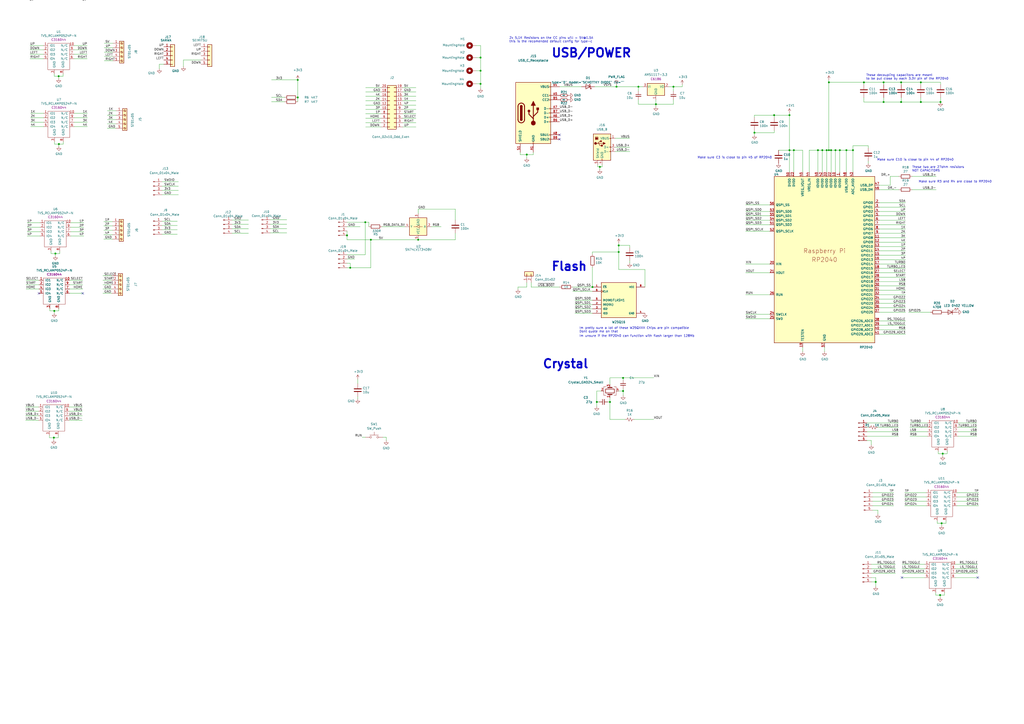
<source format=kicad_sch>
(kicad_sch (version 20211123) (generator eeschema)
  (paper "A2")
  (junction (at 508 337.566))
  (junction (at 501.142 47.752))
  (junction (at 545.592 59.182))
  (junction (at 357.632 50.292))
  (junction (at 449.072 66.802))
  (junction (at 305.562 89.662))
  (junction (at 343.662 166.497))
  (junction (at 358.902 142.367))
  (junction (at 494.792 87.122))
  (junction (at 278.765 41.021))
  (junction (at 172.72 46.355))
  (junction (at 390.652 50.292))
  (junction (at 380.492 60.452))
  (junction (at 215.138 139.065))
  (junction (at 211.8914 128.905))
  (junction (at 545.338 345.186))
  (junction (at 353.822 233.172))
  (junction (at 203.1573 155.321))
  (junction (at 278.765 48.641))
  (junction (at 31.496 180.34))
  (junction (at 487.172 87.122))
  (junction (at 358.902 146.177))
  (junction (at 242.57 139.065))
  (junction (at 201.295 136.525))
  (junction (at 460.502 87.122))
  (junction (at 437.642 76.962))
  (junction (at 457.962 87.122))
  (junction (at 512.572 47.752))
  (junction (at 534.162 59.182))
  (junction (at 546.227 303.53))
  (junction (at 361.442 219.202))
  (junction (at 34.036 44.196))
  (junction (at 534.162 47.752))
  (junction (at 278.765 33.401))
  (junction (at 474.472 87.122))
  (junction (at 512.572 59.182))
  (junction (at 172.72 56.515))
  (junction (at 522.732 47.752))
  (junction (at 346.202 233.172))
  (junction (at 457.962 66.802))
  (junction (at 522.732 59.182))
  (junction (at 32.131 147.066))
  (junction (at 482.092 87.122))
  (junction (at 477.012 87.122))
  (junction (at 546.862 263.144))
  (junction (at 31.242 253.873))
  (junction (at 480.822 87.122))
  (junction (at 361.442 226.822))
  (junction (at 490.982 87.122))
  (junction (at 484.632 87.122))
  (junction (at 480.822 47.752))
  (junction (at 370.332 50.292))
  (junction (at 34.163 83.566))
  (junction (at 479.552 87.122))
  (junction (at 347.98 96.774))
  (no_connect (at 324.612 78.232))
  (no_connect (at 48.006 170.18))
  (no_connect (at 324.612 80.772))
  (no_connect (at 523.24 335.026))
  (no_connect (at 567.182 335.026))
  (no_connect (at 22.606 170.18))
  (wire (pts (xy 512.572 47.752) (xy 522.732 47.752)))
  (wire (pts (xy 242.57 123.825) (xy 242.57 121.285)))
  (wire (pts (xy 32.131 147.066) (xy 32.131 148.336)))
  (wire (pts (xy 222.123 253.619) (xy 224.028 253.619)))
  (wire (pts (xy 324.612 50.292) (xy 337.312 50.292)))
  (wire (pts (xy 555.117 293.37) (xy 567.69 293.37)))
  (wire (pts (xy 508 335.026) (xy 508 337.566)))
  (wire (pts (xy 437.642 75.692) (xy 437.642 76.962)))
  (wire (pts (xy 480.822 46.482) (xy 480.822 47.752)))
  (wire (pts (xy 510.032 165.862) (xy 525.272 165.862)))
  (wire (pts (xy 487.172 87.122) (xy 487.172 99.822)))
  (wire (pts (xy 512.572 59.182) (xy 522.732 59.182)))
  (wire (pts (xy 501.142 59.182) (xy 512.572 59.182)))
  (wire (pts (xy 224.028 253.619) (xy 224.028 255.524)))
  (wire (pts (xy 166.37 135.128) (xy 156.845 135.128)))
  (wire (pts (xy 484.632 87.122) (xy 487.172 87.122)))
  (wire (pts (xy 555.117 290.83) (xy 567.69 290.83)))
  (wire (pts (xy 457.962 65.532) (xy 457.962 66.802)))
  (wire (pts (xy 41.021 129.286) (xy 48.641 129.286)))
  (wire (pts (xy 43.053 65.786) (xy 50.673 65.786)))
  (wire (pts (xy 166.37 130.048) (xy 156.845 130.048)))
  (wire (pts (xy 478.282 201.422) (xy 478.282 203.962)))
  (wire (pts (xy 40.386 167.64) (xy 48.006 167.64)))
  (wire (pts (xy 165.1 59.055) (xy 157.48 59.055)))
  (wire (pts (xy 305.562 89.662) (xy 309.372 89.662)))
  (wire (pts (xy 40.132 243.713) (xy 47.752 243.713)))
  (wire (pts (xy 370.332 50.292) (xy 370.332 52.832)))
  (wire (pts (xy 510.032 188.722) (xy 525.272 188.722)))
  (wire (pts (xy 510.032 178.562) (xy 525.272 178.562)))
  (wire (pts (xy 446.532 182.372) (xy 432.562 182.372)))
  (wire (pts (xy 437.642 76.962) (xy 449.072 76.962)))
  (wire (pts (xy 446.532 134.112) (xy 432.562 134.112)))
  (wire (pts (xy 309.372 89.662) (xy 309.372 88.392)))
  (wire (pts (xy 446.532 158.242) (xy 432.562 158.242)))
  (wire (pts (xy 215.138 139.065) (xy 242.57 139.065)))
  (wire (pts (xy 353.822 230.632) (xy 353.822 233.172)))
  (wire (pts (xy 349.25 95.504) (xy 349.25 96.774)))
  (wire (pts (xy 144.145 132.715) (xy 134.62 132.715)))
  (wire (pts (xy 144.145 127.635) (xy 134.62 127.635)))
  (wire (pts (xy 505.46 337.566) (xy 508 337.566)))
  (wire (pts (xy 201.295 152.781) (xy 203.1573 152.781)))
  (wire (pts (xy 554.228 327.406) (xy 567.182 327.406)))
  (wire (pts (xy 361.442 225.552) (xy 361.442 226.822)))
  (wire (pts (xy 40.132 238.633) (xy 47.752 238.633)))
  (wire (pts (xy 358.902 141.097) (xy 358.902 142.367)))
  (wire (pts (xy 15.113 162.56) (xy 22.606 162.56)))
  (wire (pts (xy 41.021 134.366) (xy 48.641 134.366)))
  (wire (pts (xy 15.748 136.906) (xy 23.241 136.906)))
  (wire (pts (xy 457.962 66.802) (xy 457.962 87.122)))
  (wire (pts (xy 432.562 127.762) (xy 446.532 127.762)))
  (wire (pts (xy 534.162 59.182) (xy 522.732 59.182)))
  (wire (pts (xy 543.687 302.26) (xy 543.687 303.53)))
  (wire (pts (xy 503.682 84.582) (xy 494.792 84.582)))
  (wire (pts (xy 207.518 230.124) (xy 207.518 231.394)))
  (wire (pts (xy 201.295 155.321) (xy 203.1573 155.321)))
  (wire (pts (xy 357.632 49.022) (xy 357.632 50.292)))
  (wire (pts (xy 469.392 87.122) (xy 474.472 87.122)))
  (wire (pts (xy 36.576 44.196) (xy 36.576 42.926)))
  (wire (pts (xy 523.24 327.406) (xy 536.448 327.406)))
  (wire (pts (xy 34.163 83.566) (xy 34.163 84.836)))
  (wire (pts (xy 361.442 226.822) (xy 361.442 229.362)))
  (wire (pts (xy 65.278 136.144) (xy 60.198 136.144)))
  (wire (pts (xy 305.562 89.662) (xy 305.562 91.567)))
  (wire (pts (xy 446.532 184.912) (xy 432.562 184.912)))
  (wire (pts (xy 544.322 261.874) (xy 544.322 263.144)))
  (wire (pts (xy 43.053 70.866) (xy 50.673 70.866)))
  (wire (pts (xy 390.652 50.292) (xy 395.732 50.292)))
  (wire (pts (xy 505.46 332.486) (xy 519.43 332.486)))
  (wire (pts (xy 278.765 48.641) (xy 278.765 51.181)))
  (wire (pts (xy 480.822 47.752) (xy 501.142 47.752)))
  (wire (pts (xy 510.032 173.482) (xy 525.272 173.482)))
  (wire (pts (xy 31.496 180.34) (xy 34.036 180.34)))
  (wire (pts (xy 67.31 64.262) (xy 62.23 64.262)))
  (wire (pts (xy 370.332 50.292) (xy 372.872 50.292)))
  (wire (pts (xy 527.939 245.364) (xy 537.972 245.364)))
  (wire (pts (xy 502.92 250.444) (xy 521.208 250.444)))
  (wire (pts (xy 17.78 65.786) (xy 25.273 65.786)))
  (wire (pts (xy 34.036 44.196) (xy 34.036 45.466)))
  (wire (pts (xy 510.032 181.102) (xy 525.272 181.102)))
  (wire (pts (xy 510.032 109.982) (xy 521.462 109.982)))
  (wire (pts (xy 116.586 34.798) (xy 106.426 34.798)))
  (wire (pts (xy 510.032 130.302) (xy 525.272 130.302)))
  (wire (pts (xy 201.295 136.525) (xy 201.295 133.985)))
  (wire (pts (xy 346.202 233.172) (xy 346.202 235.712)))
  (wire (pts (xy 361.442 219.202) (xy 361.442 220.472)))
  (wire (pts (xy 41.021 136.906) (xy 48.641 136.906)))
  (wire (pts (xy 344.932 50.292) (xy 357.632 50.292)))
  (wire (pts (xy 503.682 93.472) (xy 503.682 94.742)))
  (wire (pts (xy 457.962 87.122) (xy 457.962 99.822)))
  (wire (pts (xy 510.032 127.762) (xy 525.272 127.762)))
  (wire (pts (xy 212.09 58.42) (xy 220.98 58.42)))
  (wire (pts (xy 457.962 87.122) (xy 451.612 87.122)))
  (wire (pts (xy 474.472 87.122) (xy 477.012 87.122)))
  (wire (pts (xy 510.032 145.542) (xy 525.272 145.542)))
  (wire (pts (xy 505.46 258.064) (xy 505.46 255.524)))
  (wire (pts (xy 490.982 87.122) (xy 494.792 87.122)))
  (wire (pts (xy 370.332 60.452) (xy 380.492 60.452)))
  (wire (pts (xy 544.322 263.144) (xy 546.862 263.144)))
  (wire (pts (xy 301.752 88.392) (xy 301.752 89.662)))
  (wire (pts (xy 365.252 151.257) (xy 365.252 152.527)))
  (wire (pts (xy 534.162 56.642) (xy 534.162 59.182)))
  (wire (pts (xy 545.592 56.642) (xy 545.592 59.182)))
  (wire (pts (xy 241.3 66.04) (xy 233.68 66.04)))
  (wire (pts (xy 506.222 288.29) (xy 518.414 288.29)))
  (wire (pts (xy 278.765 41.021) (xy 278.765 48.641)))
  (wire (pts (xy 449.072 66.802) (xy 457.962 66.802)))
  (wire (pts (xy 14.859 243.713) (xy 22.352 243.713)))
  (wire (pts (xy 241.3 53.34) (xy 233.68 53.34)))
  (wire (pts (xy 501.142 47.752) (xy 512.572 47.752)))
  (wire (pts (xy 542.798 345.186) (xy 545.338 345.186)))
  (wire (pts (xy 356.87 80.264) (xy 365.252 80.264)))
  (wire (pts (xy 64.77 170.18) (xy 59.69 170.18)))
  (wire (pts (xy 241.3 63.5) (xy 233.68 63.5)))
  (wire (pts (xy 555.752 245.364) (xy 566.674 245.364)))
  (wire (pts (xy 506.222 290.83) (xy 518.414 290.83)))
  (wire (pts (xy 479.552 87.122) (xy 480.822 87.122)))
  (wire (pts (xy 241.3 73.66) (xy 233.68 73.66)))
  (wire (pts (xy 40.386 170.18) (xy 48.006 170.18)))
  (wire (pts (xy 449.072 76.962) (xy 449.072 75.692)))
  (wire (pts (xy 432.562 122.682) (xy 446.532 122.682)))
  (wire (pts (xy 361.442 219.202) (xy 379.222 219.202)))
  (wire (pts (xy 353.822 243.332) (xy 362.712 243.332)))
  (wire (pts (xy 510.032 135.382) (xy 525.272 135.382)))
  (wire (pts (xy 14.859 241.173) (xy 22.352 241.173)))
  (wire (pts (xy 437.642 66.802) (xy 449.072 66.802)))
  (wire (pts (xy 477.012 87.122) (xy 479.552 87.122)))
  (wire (pts (xy 555.117 285.75) (xy 567.69 285.75)))
  (wire (pts (xy 484.632 99.822) (xy 484.632 87.122)))
  (wire (pts (xy 374.142 166.497) (xy 374.142 156.337)))
  (wire (pts (xy 241.3 68.58) (xy 233.68 68.58)))
  (wire (pts (xy 28.956 179.07) (xy 28.956 180.34)))
  (wire (pts (xy 505.46 327.406) (xy 519.43 327.406)))
  (wire (pts (xy 210.058 253.619) (xy 211.963 253.619)))
  (wire (pts (xy 42.926 34.036) (xy 50.546 34.036)))
  (wire (pts (xy 242.57 139.065) (xy 264.16 139.065)))
  (wire (pts (xy 65.532 35.306) (xy 60.452 35.306)))
  (wire (pts (xy 308.102 166.497) (xy 324.612 166.497)))
  (wire (pts (xy 201.295 139.065) (xy 215.138 139.065)))
  (wire (pts (xy 201.295 131.445) (xy 208.915 131.445)))
  (wire (pts (xy 510.032 148.082) (xy 525.272 148.082)))
  (wire (pts (xy 510.032 170.942) (xy 525.272 170.942)))
  (wire (pts (xy 42.926 28.956) (xy 50.546 28.956)))
  (wire (pts (xy 487.172 87.122) (xy 490.982 87.122)))
  (wire (pts (xy 305.562 163.957) (xy 305.562 166.497)))
  (wire (pts (xy 522.732 49.022) (xy 522.732 47.752)))
  (wire (pts (xy 546.862 263.144) (xy 549.402 263.144)))
  (wire (pts (xy 308.102 163.957) (xy 308.102 166.497)))
  (wire (pts (xy 529.082 102.362) (xy 543.052 102.362)))
  (wire (pts (xy 524.764 288.29) (xy 537.337 288.29)))
  (wire (pts (xy 34.036 44.196) (xy 36.576 44.196)))
  (wire (pts (xy 67.31 69.342) (xy 62.23 69.342)))
  (wire (pts (xy 34.163 83.566) (xy 36.703 83.566)))
  (wire (pts (xy 64.77 160.02) (xy 59.69 160.02)))
  (wire (pts (xy 510.032 168.402) (xy 525.272 168.402)))
  (wire (pts (xy 14.859 236.093) (xy 22.352 236.093)))
  (wire (pts (xy 522.732 47.752) (xy 534.162 47.752)))
  (wire (pts (xy 546.227 303.53) (xy 546.227 304.8)))
  (wire (pts (xy 40.132 236.093) (xy 47.752 236.093)))
  (wire (pts (xy 65.278 128.524) (xy 60.198 128.524)))
  (wire (pts (xy 15.748 131.826) (xy 23.241 131.826)))
  (wire (pts (xy 17.78 73.406) (xy 25.273 73.406)))
  (wire (pts (xy 300.482 166.497) (xy 300.482 167.767)))
  (wire (pts (xy 28.702 253.873) (xy 31.242 253.873)))
  (wire (pts (xy 545.592 59.182) (xy 534.162 59.182)))
  (wire (pts (xy 554.228 332.486) (xy 567.182 332.486)))
  (wire (pts (xy 203.1573 155.321) (xy 215.138 155.321)))
  (wire (pts (xy 356.87 87.884) (xy 365.379 87.884)))
  (wire (pts (xy 510.032 132.842) (xy 525.272 132.842)))
  (wire (pts (xy 465.582 99.822) (xy 465.582 87.122)))
  (wire (pts (xy 346.71 96.774) (xy 347.98 96.774)))
  (wire (pts (xy 343.662 147.447) (xy 343.662 146.177)))
  (wire (pts (xy 527.812 247.904) (xy 537.972 247.904)))
  (wire (pts (xy 449.072 68.072) (xy 449.072 66.802)))
  (wire (pts (xy 65.278 131.064) (xy 60.198 131.064)))
  (wire (pts (xy 490.982 99.822) (xy 490.982 87.122)))
  (wire (pts (xy 534.162 47.752) (xy 545.592 47.752)))
  (wire (pts (xy 510.032 153.162) (xy 525.272 153.162)))
  (wire (pts (xy 548.767 303.53) (xy 548.767 302.26)))
  (wire (pts (xy 365.252 142.367) (xy 358.902 142.367)))
  (wire (pts (xy 276.225 41.021) (xy 278.765 41.021)))
  (wire (pts (xy 380.492 60.452) (xy 380.492 61.722)))
  (wire (pts (xy 522.732 56.642) (xy 522.732 59.182)))
  (wire (pts (xy 65.278 133.604) (xy 60.198 133.604)))
  (wire (pts (xy 17.399 26.416) (xy 25.146 26.416)))
  (wire (pts (xy 103.505 105.41) (xy 93.98 105.41)))
  (wire (pts (xy 546.862 263.144) (xy 546.862 264.414)))
  (wire (pts (xy 506.222 295.91) (xy 509.27 295.91)))
  (wire (pts (xy 65.532 25.146) (xy 60.452 25.146)))
  (wire (pts (xy 554.228 335.026) (xy 567.182 335.026)))
  (wire (pts (xy 510.032 137.922) (xy 525.272 137.922)))
  (wire (pts (xy 278.765 26.416) (xy 278.765 33.401)))
  (wire (pts (xy 64.77 162.56) (xy 59.69 162.56)))
  (wire (pts (xy 201.295 128.905) (xy 211.8914 128.905)))
  (wire (pts (xy 545.338 345.186) (xy 545.338 346.456)))
  (wire (pts (xy 276.225 26.416) (xy 278.765 26.416)))
  (wire (pts (xy 34.671 147.066) (xy 34.671 145.796)))
  (wire (pts (xy 347.98 96.774) (xy 347.98 98.298)))
  (wire (pts (xy 527.812 252.984) (xy 537.972 252.984)))
  (wire (pts (xy 201.295 136.525) (xy 201.295 139.065)))
  (wire (pts (xy 437.642 76.962) (xy 437.642 78.232)))
  (wire (pts (xy 367.792 243.332) (xy 379.222 243.332)))
  (wire (pts (xy 264.16 139.065) (xy 264.16 135.255)))
  (wire (pts (xy 510.032 163.322) (xy 525.272 163.322)))
  (wire (pts (xy 469.392 99.822) (xy 469.392 87.122)))
  (wire (pts (xy 465.582 87.122) (xy 460.502 87.122)))
  (wire (pts (xy 502.92 252.984) (xy 521.208 252.984)))
  (wire (pts (xy 480.822 47.752) (xy 480.822 87.122)))
  (wire (pts (xy 555.752 247.904) (xy 566.674 247.904)))
  (wire (pts (xy 31.623 83.566) (xy 34.163 83.566)))
  (wire (pts (xy 547.878 345.186) (xy 547.878 343.916)))
  (wire (pts (xy 446.532 118.872) (xy 432.562 118.872)))
  (wire (pts (xy 332.232 169.037) (xy 343.662 169.037)))
  (wire (pts (xy 523.24 335.026) (xy 536.448 335.026)))
  (wire (pts (xy 15.748 129.286) (xy 23.241 129.286)))
  (wire (pts (xy 432.562 130.302) (xy 446.532 130.302)))
  (wire (pts (xy 343.662 181.737) (xy 333.502 181.737)))
  (wire (pts (xy 65.532 32.766) (xy 60.452 32.766)))
  (wire (pts (xy 106.426 34.798) (xy 106.426 38.608)))
  (wire (pts (xy 278.765 33.401) (xy 278.765 41.021)))
  (wire (pts (xy 221.615 131.445) (xy 234.95 131.445)))
  (wire (pts (xy 510.032 120.142) (xy 525.272 120.142)))
  (wire (pts (xy 502.92 245.364) (xy 521.208 245.364)))
  (wire (pts (xy 506.222 285.75) (xy 518.414 285.75)))
  (wire (pts (xy 343.662 174.117) (xy 333.502 174.117)))
  (wire (pts (xy 276.225 48.641) (xy 278.765 48.641)))
  (wire (pts (xy 42.926 26.416) (xy 50.546 26.416)))
  (wire (pts (xy 380.492 60.452) (xy 390.652 60.452)))
  (wire (pts (xy 527.812 250.444) (xy 537.972 250.444)))
  (wire (pts (xy 17.78 70.866) (xy 25.273 70.866)))
  (wire (pts (xy 510.032 125.222) (xy 525.272 125.222)))
  (wire (pts (xy 555.117 288.29) (xy 567.69 288.29)))
  (wire (pts (xy 172.72 46.355) (xy 172.72 56.515)))
  (wire (pts (xy 432.562 153.162) (xy 446.532 153.162)))
  (wire (pts (xy 17.399 34.036) (xy 25.146 34.036)))
  (wire (pts (xy 215.138 155.321) (xy 215.138 139.065)))
  (wire (pts (xy 480.822 87.122) (xy 482.092 87.122)))
  (wire (pts (xy 343.662 155.067) (xy 343.662 166.497)))
  (wire (pts (xy 144.145 130.175) (xy 134.62 130.175)))
  (wire (pts (xy 17.399 31.496) (xy 25.146 31.496)))
  (wire (pts (xy 546.227 303.53) (xy 548.767 303.53)))
  (wire (pts (xy 545.338 345.186) (xy 547.878 345.186)))
  (wire (pts (xy 554.228 329.946) (xy 567.182 329.946)))
  (wire (pts (xy 502.92 247.904) (xy 503.936 247.904)))
  (wire (pts (xy 15.113 167.64) (xy 22.606 167.64)))
  (wire (pts (xy 31.623 82.296) (xy 31.623 83.566)))
  (wire (pts (xy 370.332 57.912) (xy 370.332 60.452)))
  (wire (pts (xy 211.8914 147.701) (xy 211.8914 128.905)))
  (wire (pts (xy 505.46 329.946) (xy 519.43 329.946)))
  (wire (pts (xy 357.632 50.292) (xy 370.332 50.292)))
  (wire (pts (xy 494.792 84.582) (xy 494.792 87.122)))
  (wire (pts (xy 40.386 162.56) (xy 48.006 162.56)))
  (wire (pts (xy 241.3 50.8) (xy 233.68 50.8)))
  (wire (pts (xy 31.496 42.926) (xy 31.496 44.196)))
  (wire (pts (xy 333.502 176.657) (xy 343.662 176.657)))
  (wire (pts (xy 516.382 102.362) (xy 516.382 107.442)))
  (wire (pts (xy 516.382 102.362) (xy 521.462 102.362)))
  (wire (pts (xy 33.782 253.873) (xy 33.782 252.603)))
  (wire (pts (xy 555.752 252.984) (xy 566.674 252.984)))
  (wire (pts (xy 343.662 179.197) (xy 333.502 179.197)))
  (wire (pts (xy 15.113 165.1) (xy 22.606 165.1)))
  (wire (pts (xy 64.77 167.64) (xy 59.69 167.64)))
  (wire (pts (xy 165.1 56.515) (xy 157.48 56.515)))
  (wire (pts (xy 42.926 31.496) (xy 50.546 31.496)))
  (wire (pts (xy 92.456 37.338) (xy 92.456 39.878)))
  (wire (pts (xy 510.032 143.002) (xy 525.272 143.002)))
  (wire (pts (xy 390.652 57.912) (xy 390.652 60.452)))
  (wire (pts (xy 212.09 63.5) (xy 220.98 63.5)))
  (wire (pts (xy 348.742 226.822) (xy 346.202 226.822)))
  (wire (pts (xy 510.032 176.022) (xy 525.272 176.022)))
  (wire (pts (xy 390.652 50.292) (xy 390.652 52.832)))
  (wire (pts (xy 512.572 59.182) (xy 512.572 56.642)))
  (wire (pts (xy 465.582 201.422) (xy 465.582 203.962)))
  (wire (pts (xy 31.242 253.873) (xy 33.782 253.873)))
  (wire (pts (xy 65.532 30.226) (xy 60.452 30.226)))
  (wire (pts (xy 505.46 255.524) (xy 502.92 255.524)))
  (wire (pts (xy 212.09 53.34) (xy 220.98 53.34)))
  (wire (pts (xy 43.053 73.406) (xy 50.673 73.406)))
  (wire (pts (xy 43.053 68.326) (xy 50.673 68.326)))
  (wire (pts (xy 510.032 150.622) (xy 525.272 150.622)))
  (wire (pts (xy 380.492 57.912) (xy 380.492 60.452)))
  (wire (pts (xy 505.46 335.026) (xy 508 335.026)))
  (wire (pts (xy 94.996 37.338) (xy 92.456 37.338)))
  (wire (pts (xy 102.87 128.27) (xy 93.98 128.27)))
  (wire (pts (xy 343.662 146.177) (xy 358.902 146.177)))
  (wire (pts (xy 67.31 74.422) (xy 62.23 74.422)))
  (wire (pts (xy 510.032 117.602) (xy 525.272 117.602)))
  (wire (pts (xy 65.278 138.684) (xy 60.198 138.684)))
  (wire (pts (xy 482.092 99.822) (xy 482.092 87.122)))
  (wire (pts (xy 144.145 135.255) (xy 134.62 135.255)))
  (wire (pts (xy 241.3 58.42) (xy 233.68 58.42)))
  (wire (pts (xy 212.09 71.12) (xy 220.98 71.12)))
  (wire (pts (xy 482.092 87.122) (xy 484.632 87.122)))
  (wire (pts (xy 17.78 68.326) (xy 25.273 68.326)))
  (wire (pts (xy 213.995 128.905) (xy 213.995 131.445)))
  (wire (pts (xy 102.87 130.81) (xy 93.98 130.81)))
  (wire (pts (xy 509.016 247.904) (xy 521.208 247.904)))
  (wire (pts (xy 34.036 180.34) (xy 34.036 179.07)))
  (wire (pts (xy 353.822 219.202) (xy 361.442 219.202)))
  (wire (pts (xy 65.532 27.686) (xy 60.452 27.686)))
  (wire (pts (xy 460.502 87.122) (xy 457.962 87.122)))
  (wire (pts (xy 539.75 181.102) (xy 527.05 181.102)))
  (wire (pts (xy 510.032 155.702) (xy 525.272 155.702)))
  (wire (pts (xy 437.642 68.072) (xy 437.642 66.802)))
  (wire (pts (xy 212.09 66.04) (xy 220.98 66.04)))
  (wire (pts (xy 40.132 241.173) (xy 47.752 241.173)))
  (wire (pts (xy 543.687 303.53) (xy 546.227 303.53)))
  (wire (pts (xy 510.032 107.442) (xy 516.382 107.442)))
  (wire (pts (xy 212.09 50.8) (xy 220.98 50.8)))
  (wire (pts (xy 503.682 84.582) (xy 503.682 85.852)))
  (wire (pts (xy 501.142 56.642) (xy 501.142 59.182)))
  (wire (pts (xy 15.748 134.366) (xy 23.241 134.366)))
  (wire (pts (xy 207.518 219.964) (xy 207.518 222.504)))
  (wire (pts (xy 474.472 99.822) (xy 474.472 87.122)))
  (wire (pts (xy 529.082 109.982) (xy 543.052 109.982)))
  (wire (pts (xy 212.09 55.88) (xy 220.98 55.88)))
  (wire (pts (xy 264.16 121.285) (xy 264.16 127.635)))
  (wire (pts (xy 509.27 295.91) (xy 509.27 298.196)))
  (wire (pts (xy 28.956 180.34) (xy 31.496 180.34)))
  (wire (pts (xy 201.295 150.241) (xy 205.74 150.241)))
  (wire (pts (xy 524.764 290.83) (xy 537.337 290.83)))
  (wire (pts (xy 353.822 233.172) (xy 353.822 243.332)))
  (wire (pts (xy 542.798 343.916) (xy 542.798 345.186)))
  (wire (pts (xy 332.232 166.497) (xy 343.662 166.497)))
  (wire (pts (xy 172.72 56.515) (xy 172.72 59.055)))
  (wire (pts (xy 346.202 226.822) (xy 346.202 233.172)))
  (wire (pts (xy 17.399 28.956) (xy 25.146 28.956)))
  (wire (pts (xy 358.902 156.337) (xy 374.142 156.337)))
  (wire (pts (xy 93.98 113.03) (xy 103.505 113.03)))
  (wire (pts (xy 241.3 71.12) (xy 233.68 71.12)))
  (wire (pts (xy 201.295 147.701) (xy 211.8914 147.701)))
  (wire (pts (xy 432.562 125.222) (xy 446.532 125.222)))
  (wire (pts (xy 36.703 83.566) (xy 36.703 82.296)))
  (wire (pts (xy 102.87 133.35) (xy 93.98 133.35)))
  (wire (pts (xy 534.162 49.022) (xy 534.162 47.752)))
  (wire (pts (xy 395.732 49.022) (xy 395.732 50.292)))
  (wire (pts (xy 31.496 44.196) (xy 34.036 44.196)))
  (wire (pts (xy 31.242 253.873) (xy 31.242 255.143)))
  (wire (pts (xy 545.592 49.022) (xy 545.592 47.752)))
  (wire (pts (xy 523.24 329.946) (xy 536.448 329.946)))
  (wire (pts (xy 203.1573 152.781) (xy 203.1573 155.321)))
  (wire (pts (xy 29.591 147.066) (xy 32.131 147.066)))
  (wire (pts (xy 301.752 89.662) (xy 305.562 89.662)))
  (wire (pts (xy 212.09 68.58) (xy 220.98 68.58)))
  (wire (pts (xy 510.032 158.242) (xy 525.272 158.242)))
  (wire (pts (xy 524.764 285.75) (xy 537.337 285.75)))
  (wire (pts (xy 300.482 166.497) (xy 305.562 166.497)))
  (wire (pts (xy 512.572 49.022) (xy 512.572 47.752)))
  (wire (pts (xy 510.032 140.462) (xy 525.272 140.462)))
  (wire (pts (xy 67.31 71.882) (xy 62.23 71.882)))
  (wire (pts (xy 276.225 33.401) (xy 278.765 33.401)))
  (wire (pts (xy 347.98 96.774) (xy 349.25 96.774)))
  (wire (pts (xy 211.8914 128.905) (xy 213.995 128.905)))
  (wire (pts (xy 40.386 165.1) (xy 48.006 165.1)))
  (wire (pts (xy 241.3 60.96) (xy 233.68 60.96)))
  (wire (pts (xy 506.222 293.37) (xy 518.414 293.37)))
  (wire (pts (xy 166.37 132.588) (xy 156.845 132.588)))
  (wire (pts (xy 501.142 49.022) (xy 501.142 47.752)))
  (wire (pts (xy 166.37 127.508) (xy 156.845 127.508)))
  (wire (pts (xy 14.859 238.633) (xy 22.352 238.633)))
  (wire (pts (xy 549.402 261.874) (xy 549.402 263.144)))
  (wire (pts (xy 510.032 191.262) (xy 525.272 191.262)))
  (wire (pts (xy 41.021 131.826) (xy 48.641 131.826)))
  (wire (pts (xy 508 337.566) (xy 508 340.106)))
  (wire (pts (xy 510.032 193.802) (xy 525.272 193.802)))
  (wire (pts (xy 250.19 131.445) (xy 255.905 131.445)))
  (wire (pts (xy 479.552 99.822) (xy 479.552 87.122)))
  (wire (pts (xy 241.3 55.88) (xy 233.68 55.88)))
  (wire (pts (xy 358.902 226.822) (xy 361.442 226.822)))
  (wire (pts (xy 242.57 121.285) (xy 264.16 121.285)))
  (wire (pts (xy 356.87 85.344) (xy 365.252 85.344)))
  (wire (pts (xy 460.502 99.822) (xy 460.502 87.122)))
  (wire (pts (xy 346.71 95.504) (xy 346.71 96.774)))
  (wire (pts (xy 212.09 73.66) (xy 220.98 73.66)))
  (wire (pts (xy 477.012 99.822) (xy 477.012 87.122)))
  (wire (pts (xy 64.77 165.1) (xy 59.69 165.1)))
  (wire (pts (xy 212.09 60.96) (xy 220.98 60.96)))
  (wire (pts (xy 31.496 180.34) (xy 31.496 181.61)))
  (wire (pts (xy 446.532 170.942) (xy 432.562 170.942)))
  (wire (pts (xy 353.822 219.202) (xy 353.822 223.012)))
  (wire (pts (xy 555.752 250.444) (xy 566.674 250.444)))
  (wire (pts (xy 32.131 147.066) (xy 34.671 147.066)))
  (wire (pts (xy 358.902 142.367) (xy 358.902 146.177)))
  (wire (pts (xy 365.252 143.637) (xy 365.252 142.367)))
  (wire (pts (xy 510.032 122.682) (xy 525.272 122.682)))
  (wire (pts (xy 28.702 252.603) (xy 28.702 253.873)))
  (wire (pts (xy 510.032 186.182) (xy 525.272 186.182)))
  (wire (pts (xy 523.24 332.486) (xy 536.448 332.486)))
  (wire (pts (xy 388.112 50.292) (xy 390.652 50.292)))
  (wire (pts (xy 67.31 66.802) (xy 62.23 66.802)))
  (wire (pts (xy 103.505 110.49) (xy 93.98 110.49)))
  (wire (pts (xy 494.792 87.122) (xy 494.792 99.822)))
  (wire (pts (xy 103.505 107.95) (xy 93.98 107.95)))
  (wire (pts (xy 352.552 233.172) (xy 353.822 233.172)))
  (wire (pts (xy 358.902 146.177) (xy 358.902 156.337)))
  (wire (pts (xy 524.764 293.37) (xy 537.337 293.37)))
  (wire (pts (xy 510.032 160.782) (xy 525.272 160.782)))
  (wire (pts (xy 157.48 46.355) (xy 172.72 46.355)))
  (wire (pts (xy 102.87 135.89) (xy 93.98 135.89)))
  (wire (pts (xy 347.472 233.172) (xy 346.202 233.172)))
  (wire (pts (xy 29.591 145.796) (xy 29.591 147.066)))
  (text "Im pretty sure a lot of these W25QXXX Chips are pin compatible\nDont quote me on that" (at 336.042 193.167 0) (effects (font (size 1.27 1.27)) (justify left bottom)))
  (text "Make sure C3 is close to pin 45 of RP2040" (at 447.802 92.202 180) (effects (font (size 1.27 1.27)) (justify right bottom)))
  (text "Make sure R3 and R4 are close to RP2040" (at 532.892 106.172 0) (effects (font (size 1.27 1.27)) (justify left bottom)))
  (text "These decoupling capacitors are meant\nto be put close by each 3.3V pin of the RP2040" (at 502.412 46.482 0) (effects (font (size 1.27 1.27)) (justify left bottom)))
  (text "These two are 27ohm resistors \nNOT CAPACITORS" (at 529.082 99.822 0) (effects (font (size 1.27 1.27)) (justify left bottom)))
  (text "Make sure C10 is close to pin 44 of RP2040" (at 508.762 93.472 0) (effects (font (size 1.27 1.27)) (justify left bottom)))
  (text "Flash" (at 319.532 157.607 0) (effects (font (size 5.0038 5.0038) (thickness 1.0008) bold) (justify left bottom)))
  (text "2x 5.1K Resistors on the CC pins will = 5V@1.5A\nthis is the recomended default config for type-c" (at 295.402 24.892 0) (effects (font (size 1.27 1.27)) (justify left bottom)))
  (text "Im unsure if the RP2040 can function with flash larger than 128Mb" (at 336.042 195.707 0) (effects (font (size 1.27 1.27)) (justify left bottom)))
  (text "USB/POWER" (at 319.532 33.782 0) (effects (font (size 5.0038 5.0038) (thickness 1.0008) bold) (justify left bottom)))
  (text "Crystal" (at 314.452 214.122 0) (effects (font (size 5.0038 5.0038) (thickness 1.0008) bold) (justify left bottom)))
  (label "GPIO23" (at 524.764 290.83 0))
  (label "LEFT" (at 116.586 27.178 180))
  (label "2P" (at 234.315 63.5 0))
  (label "XOUT" (at 432.562 158.242 0))
  (label "2K" (at 50.673 68.326 180))
  (label "2K" (at 62.865 66.802 0))
  (label "QSPI_SD3" (at 333.502 181.737 0))
  (label "VBUS" (at 14.859 236.093 0))
  (label "GND" (at 95.25 135.89 0))
  (label "HOME" (at 60.452 165.1 0))
  (label "USB_D+" (at 14.859 241.173 0))
  (label "HOME" (at 525.272 168.402 180))
  (label "GND" (at 216.535 60.96 0))
  (label "GPIO29_ADC3" (at 523.24 332.486 0))
  (label "~{USB_BOOT}" (at 311.912 166.497 0))
  (label "GND" (at 205.74 150.241 180))
  (label "GPIO22" (at 524.764 288.29 0))
  (label "TURBO_LED" (at 521.208 247.904 180))
  (label "4P" (at 234.315 60.96 0))
  (label "VBUS" (at 47.752 236.093 180))
  (label "USB_D+" (at 324.612 68.072 0))
  (label "3P" (at 525.272 148.082 180))
  (label "DOWN" (at 61.087 30.226 0))
  (label "START" (at 60.452 162.56 0))
  (label "USB_D-" (at 14.859 243.713 0))
  (label "RIGHT" (at 61.087 35.306 0))
  (label "USB_D+" (at 365.252 85.344 180))
  (label "3K" (at 62.865 69.342 0))
  (label "1K" (at 525.272 132.842 180))
  (label "4P" (at 15.748 136.906 0))
  (label "GPIO29_ADC3" (at 567.182 332.486 180))
  (label "GPIO23" (at 525.272 176.022 180))
  (label "DR_-" (at 520.192 109.982 180))
  (label "QSPI_SS" (at 432.562 118.872 0))
  (label "GND" (at 60.452 170.18 0))
  (label "UP" (at 116.586 29.718 180))
  (label "SELECT" (at 234.315 68.58 0))
  (label "GND" (at 234.315 53.34 0))
  (label "SDA" (at 135.89 132.715 0))
  (label "RIGHT" (at 17.526 34.036 0))
  (label "GPIO25" (at 525.272 181.102 180))
  (label "3K" (at 234.315 55.88 0))
  (label "LEFT" (at 525.272 127.762 180))
  (label "SCL" (at 158.115 135.128 0))
  (label "4K" (at 50.673 73.406 180))
  (label "RGB" (at 250.825 131.445 0))
  (label "SCL" (at 95.25 128.27 0))
  (label "SDA" (at 95.25 130.81 0))
  (label "SDA" (at 158.115 132.588 0))
  (label "UP" (at 234.315 73.66 0))
  (label "LSB" (at 566.674 250.444 180))
  (label "1P" (at 60.833 128.524 0))
  (label "5V" (at 217.805 50.8 0))
  (label "LSB" (at 525.272 163.322 180))
  (label "DOWN" (at 17.399 28.956 0))
  (label "4K" (at 217.805 55.88 0))
  (label "TP" (at 518.414 285.75 180))
  (label "GPIO22" (at 567.69 288.29 180))
  (label "GND" (at 158.115 127.508 0))
  (label "GND" (at 242.57 121.285 0))
  (label "TP" (at 525.272 170.942 180))
  (label "USB_D-" (at 47.752 243.713 180))
  (label "RIGHT" (at 94.996 32.258 180))
  (label "4K" (at 525.272 140.462 180))
  (label "SWDIO" (at 95.25 105.41 0))
  (label "DOWN" (at 94.996 29.718 180))
  (label "QSPI_SD1" (at 432.562 125.222 0))
  (label "GND" (at 62.865 74.422 0))
  (label "UP" (at 61.1642 27.686 0))
  (label "LEFT" (at 50.546 31.496 180))
  (label "5V" (at 61.087 25.146 0))
  (label "USB_D-" (at 365.379 87.884 180))
  (label "1P" (at 525.272 143.002 180))
  (label "RIGHT" (at 116.586 32.258 180))
  (label "START" (at 525.272 160.782 180))
  (label "TURBO" (at 566.674 245.364 180))
  (label "SDA" (at 160.02 59.055 0))
  (label "START" (at 48.006 165.1 180))
  (label "RSB" (at 527.812 252.984 0))
  (label "4K" (at 62.865 71.882 0))
  (label "GPIO22" (at 525.272 173.482 180))
  (label "LSB" (at 527.812 250.444 0))
  (label "SDA" (at 525.272 117.602 180))
  (label "USB_D-" (at 543.052 109.982 180))
  (label "QSPI_SD2" (at 333.502 179.197 0))
  (label "2P" (at 525.272 145.542 180))
  (label "TURBO" (at 521.208 245.364 180))
  (label "DOWN" (at 116.586 37.338 180))
  (label "SCL" (at 525.272 120.142 180))
  (label "QSPI_SD2" (at 432.562 127.762 0))
  (label "3P" (at 217.805 63.5 0))
  (label "SELECT" (at 15.113 162.56 0))
  (label "START" (at 15.113 165.1 0))
  (label "QSPI_SCLK" (at 332.232 169.037 0))
  (label "1K" (at 234.315 58.42 0))
  (label "DOWN" (at 214.63 73.66 0))
  (label "GND" (at 60.833 138.684 0))
  (label "VBUS" (at 47.752 238.633 180))
  (label "RSB" (at 566.674 252.984 180))
  (label "UP" (at 17.399 26.416 0))
  (label "3V3" (at 135.89 130.175 0))
  (label "USB_D+" (at 543.052 102.362 180))
  (label "RS_TOGGLE" (at 519.43 327.406 180))
  (label "2K" (at 217.805 58.42 0))
  (label "LS_TOGGLE" (at 525.272 188.722 180))
  (label "1K" (at 17.78 65.786 0))
  (label "LEFT" (at 17.399 31.496 0))
  (label "TURBO" (at 527.939 245.364 0))
  (label "4P" (at 48.641 136.906 180))
  (label "4P" (at 525.272 150.622 180))
  (label "RIGHT" (at 234.315 71.12 0))
  (label "GPIO24" (at 567.69 293.37 180))
  (label "5V" (at 17.018 0.762 0))
  (label "RIGHT" (at 50.546 34.036 180))
  (label "SWCLK" (at 95.25 107.95 0))
  (label "3K" (at 525.272 137.922 180))
  (label "TURBO_LED" (at 527.812 247.904 0))
  (label "LS_TOGGLE" (at 519.43 329.946 180))
  (label "GPIO24" (at 518.414 293.37 180))
  (label "SELECT" (at 60.452 160.02 0))
  (label "1P" (at 217.805 66.04 0))
  (label "1P" (at 15.748 129.286 0))
  (label "LEFT" (at 215.9 71.12 0))
  (label "QSPI_SD0" (at 333.502 174.117 0))
  (label "DOWN" (at 50.546 28.956 180))
  (label "LEFT" (at 61.087 32.766 0))
  (label "TURBO_LED" (at 566.674 247.904 180))
  (label "2P" (at 15.748 131.826 0))
  (label "3V3" (at 95.25 133.35 0))
  (label "GPIO24" (at 525.272 178.562 180))
  (label "2K" (at 525.272 135.382 180))
  (label "5V" (at 219.71 139.065 0))
  (label "XIN" (at 379.222 219.202 0))
  (label "SCL" (at 135.89 135.255 0))
  (label "2P" (at 48.641 131.826 180))
  (label "TP" (at 567.69 285.75 180))
  (label "SWDIO" (at 432.562 184.912 0))
  (label "3P" (at 15.748 134.366 0))
  (label "3P" (at 48.641 134.366 180))
  (label "2P" (at 60.833 131.064 0))
  (label "RS_TOGGLE" (at 523.24 327.406 0))
  (label "HOME" (at 214.63 68.58 0))
  (label "GPIO22" (at 518.414 288.29 180))
  (label "RIGHT" (at 525.272 130.302 180))
  (label "3V3" (at 160.02 46.355 0))
  (label "3V3" (at 158.115 130.048 0))
  (label "GPIO25" (at 527.05 181.102 0))
  (label "1K" (at 50.673 65.786 180))
  (label "USB_D-" (at 324.612 65.532 0))
  (label "VBUS" (at 365.252 80.264 180))
  (label "USB_D+" (at 47.752 241.173 180))
  (label "RS_TOGGLE" (at 567.182 327.406 180))
  (label "DR_+" (at 516.382 102.362 180))
  (label "DOWN" (at 525.272 125.222 180))
  (label "4K" (at 17.78 73.406 0))
  (label "TURBO_LED" (at 525.272 155.702 180))
  (label "RGB_DATA_5V" (at 222.25 131.445 0))
  (label "RSB" (at 521.208 252.984 180))
  (label "USB_D-" (at 324.612 62.992 0))
  (label "3V3" (at 95.25 110.49 0))
  (label "5V" (at 50.165 0.762 180))
  (label "GND" (at 216.535 53.34 0))
  (label "START" (at 234.315 66.04 0))
  (label "QSPI_SD0" (at 432.562 122.682 0))
  (label "QSPI_SCLK" (at 432.562 134.112 0))
  (label "QSPI_SD1" (at 333.502 176.657 0))
  (label "GPIO29_ADC3" (at 519.43 332.486 180))
  (label "VBUS" (at 14.859 238.633 0))
  (label "3K" (at 50.673 70.866 180))
  (label "VBUS" (at 327.152 50.292 0))
  (label "HOME" (at 15.113 167.64 0))
  (label "SELECT" (at 48.006 162.56 180))
  (label "4P" (at 60.833 136.144 0))
  (label "GPIO29_ADC3" (at 525.272 193.802 180))
  (label "GND" (at 135.89 127.635 0))
  (label "RS_TOGGLE" (at 525.272 186.182 180))
  (label "QSPI_SD3" (at 432.562 130.302 0))
  (label "UP" (at 525.272 122.682 180))
  (label "QSPI_SS" (at 334.772 166.497 0))
  (label "SELECT" (at 525.272 158.242 180))
  (label "XOUT" (at 379.222 243.332 0))
  (label "GPIO23" (at 518.414 290.83 180))
  (label "GND" (at 201.93 131.445 0))
  (label "UP" (at 50.546 26.416 180))
  (label "LSB" (at 521.208 250.444 180))
  (label "1K" (at 62.992 64.262 0))
  (label "3P" (at 60.833 133.604 0))
  (label "GPIO24" (at 524.764 293.37 0))
  (label "SWCLK" (at 432.562 182.372 0))
  (label "SCL" (at 160.02 56.515 0))
  (label "1P" (at 48.641 129.286 180))
  (label "RUN" (at 432.562 170.942 0))
  (label "RUN" (at 210.058 253.619 180))
  (label "UP" (at 94.996 27.178 180))
  (label "RSB" (at 525.272 165.862 180))
  (label "USB_D+" (at 324.612 70.612 0))
  (label "GND" (at 60.452 167.64 0))
  (label "GPIO23" (at 567.69 290.83 180))
  (label "LEFT" (at 94.996 34.798 180))
  (label "HOME" (at 48.006 167.64 180))
  (label "TURBO" (at 525.272 153.162 180))
  (label "RGB" (at 525.272 191.262 180))
  (label "LS_TOGGLE" (at 523.24 329.946 0))
  (label "LS_TOGGLE" (at 567.182 329.946 180))
  (label "3K" (at 17.78 70.866 0))
  (label "GND" (at 95.25 113.03 0))
  (label "XIN" (at 432.562 153.162 0))
  (label "2K" (at 17.78 68.326 0))
  (label "TP" (at 524.764 285.75 0))
  (label "5V" (at 234.315 50.8 0))
  (label "VSYS" (at 350.012 50.292 0))
  (symbol (lib_id "Connector_Generic:Conn_02x10_Odd_Even") (at 228.6 63.5 180) (unit 1)
    (property "Reference" "J2" (at 228.6 45.085 0) (effects (justify left)))
    (property "Value" "Conn_02x10_Odd_Even" (at 237.49 79.375 0) (effects (justify left)))
    (property "Footprint" "Connector_PinHeader_2.54mm:PinHeader_2x10_P2.54mm_Vertical" (effects hide))
    (property "LCSC Part" "C492427" (effects hide))
  )
  (symbol (lib_id "Connector:Conn_01x05_Male") (at 501.142 290.83 0) (unit 1)
    (property "Reference" "J3" (at 511.937 278.765 0) (effects (justify right)))
    (property "Value" "Conn_01x05_Male" (at 519.557 281.305 0) (effects (justify right)))
    (property "Footprint" "Connector_JST:JST_PH_B5B-PH-K_1x05_P2.00mm_Vertical" (effects hide))
    (property "LCSC Part" "C157993" (effects hide))
  )
  (symbol (lib_id "Logic_LevelTranslator:SN74LV1T34DBV") (at 242.57 131.445 180) (unit 1)
    (property "Reference" "U2" (at 241.3 142.875 0) (effects (justify right)))
    (property "Value" "SN74LV1T34DBV" (at 234.95 144.78 0) (effects (justify right)))
    (property "Footprint" "Package_TO_SOT_SMD:SOT-23-5" (effects hide))
    (property "Datasheet" "https://www.ti.com/lit/ds/symlink/sn74lv1t34.pdf" (effects hide))
    (property "LCSC Part" "C100024" (effects hide))
  )
  (symbol (lib_id "Connector:Screw_Terminal_01x05") (at 72.39 69.342 0) (unit 1)
    (property "Reference" "J5" (at 81.28 68.072 90) (effects (justify right)))
    (property "Value" "ST01x05" (at 76.835 65.532 90) (effects (justify right)))
    (property "Footprint" "TerminalBlock_MetzConnect:TerminalBlock_MetzConnect_Type059_RT06305HBWC_1x05_P3.50mm_Horizontal" (effects hide))
    (property "LCSC Part" "C3646874" (effects hide))
  )
  (symbol (lib_id "Connector:Screw_Terminal_01x05") (at 70.358 133.604 0) (unit 1)
    (property "Reference" "J6" (at 79.248 132.334 90) (effects (justify right)))
    (property "Value" "ST01x05" (at 74.803 129.159 90) (effects (justify right)))
    (property "Footprint" "TerminalBlock_MetzConnect:TerminalBlock_MetzConnect_Type059_RT06305HBWC_1x05_P3.50mm_Horizontal" (effects hide))
    (property "LCSC Part" "C3646874" (effects hide))
  )
  (symbol (lib_id "Connector:Screw_Terminal_01x05") (at 69.85 165.1 0) (unit 1)
    (property "Reference" "J7" (at 78.74 163.83 90) (effects (justify right)))
    (property "Value" "ST01x05" (at 74.295 160.655 90) (effects (justify right)))
    (property "Footprint" "TerminalBlock_MetzConnect:TerminalBlock_MetzConnect_Type059_RT06305HBWC_1x05_P3.50mm_Horizontal" (effects hide))
    (property "LCSC Part" "C3646874" (effects hide))
  )
  (symbol (lib_id "Connector:Screw_Terminal_01x05") (at 70.612 30.226 0) (unit 1)
    (property "Reference" "J8" (at 78.867 28.956 90) (effects (justify right)))
    (property "Value" "ST01x05" (at 75.057 25.781 90) (effects (justify right)))
    (property "Footprint" "TerminalBlock_MetzConnect:TerminalBlock_MetzConnect_Type059_RT06305HBWC_1x05_P3.50mm_Horizontal" (effects hide))
    (property "LCSC Part" "C3646874" (effects hide))
  )
  (symbol (lib_id "Connector:Conn_01x04_Male") (at 88.9 130.81 0) (unit 1)
    (property "Reference" "J9" (at 97.155 121.92 0) (effects (justify right)))
    (property "Value" "Conn_01x04_Male" (at 104.14 124.46 0) (effects (justify right)))
    (property "Footprint" "FeralAI:BOOM_SH_C145961_1x04_P1.00mm_Vertical" (effects hide))
    (property "LCSC Part" "C145961" (effects hide))
  )
  (symbol (lib_id "Device:R") (at 217.805 131.445 270) (unit 1)
    (property "Reference" "R5" (at 216.535 135.89 90) (effects (justify left)))
    (property "Value" "330R" (at 215.9 133.985 90) (effects (justify left)))
    (property "Footprint" "Resistor_SMD:R_0402_1005Metric" (effects hide))
    (property "LCSC Part" "C25104" (effects hide))
  )
  (symbol (lib_id "Device:C") (at 264.16 131.445 0) (unit 1)
    (property "Reference" "C1" (at 267.081 130.2766 0) (effects (justify left)))
    (property "Value" "100n" (at 267.081 132.588 0) (effects (justify left)))
    (property "Footprint" "Capacitor_SMD:C_0402_1005Metric" (effects hide))
    (property "LCSC Part" "C1525" (effects hide))
  )
  (symbol (lib_id "Device:R") (at 168.91 59.055 270) (unit 1)
    (property "Reference" "R7" (at 176.53 59.055 90) (effects (justify left)))
    (property "Value" "4K7" (at 180.34 59.055 90) (effects (justify left)))
    (property "Footprint" "Resistor_SMD:R_0402_1005Metric" (effects hide))
    (property "LCSC Part" "C25900" (effects hide))
  )
  (symbol (lib_id "Device:R") (at 168.91 56.515 270) (unit 1)
    (property "Reference" "R6" (at 176.53 56.515 90) (effects (justify left)))
    (property "Value" "4K7" (at 180.34 56.515 90) (effects (justify left)))
    (property "Footprint" "Resistor_SMD:R_0402_1005Metric" (effects hide))
    (property "LCSC Part" "C25900" (effects hide))
  )
  (symbol (lib_id "Connector:Conn_01x04_Male") (at 88.9 107.95 0) (unit 1)
    (property "Reference" "J13" (at 95.885 97.79 0))
    (property "Value" "Conn_01x04_Male" (at 95.25 100.33 0))
    (property "Footprint" "FeralAI:BOOM_SH_C145961_1x04_P1.00mm_Vertical" (effects hide))
    (property "LCSC Part" "C145961" (effects hide))
  )
  (symbol (lib_id "Mechanical:MountingHole_Pad") (at 273.685 26.416 90) (unit 1) (in_bom no)
    (property "Reference" "H1" (at 269.748 22.606 90) (effects (justify left)))
    (property "Value" "MountingHole" (at 269.748 26.162 90) (effects (justify left)))
    (property "Footprint" "MountingHole:MountingHole_3.5mm_Pad" (effects hide))
  )
  (symbol (lib_id "Mechanical:MountingHole_Pad") (at 273.685 33.401 90) (unit 1) (in_bom no)
    (property "Reference" "H2" (at 269.621 30.353 90) (effects (justify left)))
    (property "Value" "MountingHole" (at 269.494 33.401 90) (effects (justify left)))
    (property "Footprint" "MountingHole:MountingHole_3.5mm_Pad" (effects hide))
  )
  (symbol (lib_id "Mechanical:MountingHole_Pad") (at 273.685 41.021 90) (unit 1) (in_bom no)
    (property "Reference" "H3" (at 269.494 38.1 90) (effects (justify left)))
    (property "Value" "MountingHole" (at 269.367 41.021 90) (effects (justify left)))
    (property "Footprint" "MountingHole:MountingHole_3.5mm_Pad" (effects hide))
  )
  (symbol (lib_id "Mechanical:MountingHole_Pad") (at 273.685 48.641 90) (unit 1) (in_bom no)
    (property "Reference" "H4" (at 269.24 45.974 90) (effects (justify left)))
    (property "Value" "MountingHole" (at 269.113 48.641 90) (effects (justify left)))
    (property "Footprint" "MountingHole:MountingHole_3.5mm_Pad" (effects hide))
  )
  (symbol (lib_id "Connector:Conn_01x04_Male") (at 129.54 130.175 0) (unit 1)
    (property "Reference" "J12" (at 132.2832 123.0376 0))
    (property "Value" "Conn_01x04_Male" (at 132.2832 125.349 0))
    (property "Footprint" "Connector_JST:JST_PH_B4B-PH-K_1x04_P2.00mm_Vertical" (effects hide))
    (property "LCSC Part" "C131334" (effects hide))
  )
  (symbol (lib_id "Connector:Conn_01x04_Male") (at 196.215 131.445 0) (unit 1)
    (property "Reference" "J1" (at 198.9582 124.3076 0))
    (property "Value" "Conn_01x04_Male" (at 198.9582 126.619 0))
    (property "Footprint" "Connector_JST:JST_PH_B4B-PH-K_1x04_P2.00mm_Vertical" (effects hide))
    (property "LCSC Part" "C131334" (effects hide))
  )
  (symbol (lib_id "Connector:Conn_01x04_Male") (at 196.215 150.241 0) (unit 1)
    (property "Reference" "J19" (at 198.9582 143.1036 0))
    (property "Value" "Conn_01x04_Male" (at 198.9582 145.415 0))
    (property "Footprint" "Connector_PinHeader_2.54mm:PinHeader_1x04_P2.54mm_Vertical" (effects hide))
    (property "LCSC Part" "C2935910" (effects hide))
  )
  (symbol (lib_id "Device:R") (at 343.662 151.257 0) (unit 1)
    (property "Reference" "R15" (at 345.44 150.0886 0) (effects (justify left)))
    (property "Value" "10K" (at 345.44 152.4 0) (effects (justify left)))
    (property "Footprint" "Resistor_SMD:R_0402_1005Metric" (effects hide))
    (property "LCSC Part" "C25744" (effects hide))
  )
  (symbol (lib_id "power:GND") (at 546.227 304.8 0) (unit 1)
    (property "Reference" "#PWR0138" (effects hide))
    (property "Value" "GND" (at 546.227 309.2434 0))
  )
  (symbol (lib_id "power:GND") (at 508 340.106 0) (unit 1)
    (property "Reference" "#PWR0135" (effects hide))
    (property "Value" "GND" (at 508.127 344.5002 0))
  )
  (symbol (lib_id "power:+3V3") (at 358.902 141.097 0) (unit 1)
    (property "Reference" "#PWR0124" (effects hide))
    (property "Value" "+3V3" (at 359.283 136.7028 0))
  )
  (symbol (lib_id "Device:C") (at 207.518 226.314 0) (unit 1)
    (property "Reference" "C17" (at 210.439 225.1456 0) (effects (justify left)))
    (property "Value" "10u" (at 210.439 227.457 0) (effects (justify left)))
    (property "Footprint" "Capacitor_SMD:C_0402_1005Metric" (effects hide))
    (property "LCSC Part" "C15525" (effects hide))
  )
  (symbol (lib_id "Device:C_Small") (at 370.332 55.372 0) (mirror y) (unit 1)
    (property "Reference" "C6" (at 365.252 54.102 0))
    (property "Value" "10u" (at 365.252 56.642 0))
    (property "Footprint" "Capacitor_SMD:C_0402_1005Metric" (effects hide))
    (property "LCSC Part" "C15525" (effects hide))
  )
  (symbol (lib_id "Device:C_Small") (at 390.652 55.372 0) (unit 1)
    (property "Reference" "C7" (at 395.732 54.102 0))
    (property "Value" "10u" (at 395.732 56.642 0))
    (property "Footprint" "Capacitor_SMD:C_0402_1005Metric" (effects hide))
    (property "LCSC Part" "C15525" (effects hide))
  )
  (symbol (lib_id "power:PWR_FLAG") (at 357.632 49.022 0) (mirror y) (unit 1)
    (property "Reference" "#FLG0101" (effects hide))
    (property "Value" "PWR_FLAG" (at 357.632 44.6278 0))
  )
  (symbol (lib_id "Device:R_Small_US") (at 506.476 247.904 270) (unit 1)
    (property "Reference" "R1" (at 503.174 246.634 90))
    (property "Value" "1K" (at 508.762 246.634 90))
    (property "Footprint" "Resistor_SMD:R_0402_1005Metric" (effects hide))
    (property "LCSC Part" "C11702" (effects hide))
  )
  (symbol (lib_id "Connector:Conn_01x04_Male") (at 151.765 130.048 0) (unit 1)
    (property "Reference" "J10" (at 154.5082 122.9106 0))
    (property "Value" "Conn_01x04_Male" (at 154.5082 125.222 0))
    (property "Footprint" "Connector_PinHeader_2.54mm:PinHeader_1x04_P2.54mm_Vertical" (effects hide))
    (property "LCSC Part" "C2935910" (effects hide))
  )
  (symbol (lib_id "Device:C") (at 449.072 71.882 0) (unit 1)
    (property "Reference" "C9" (at 451.993 70.7136 0) (effects (justify left)))
    (property "Value" "100n" (at 451.993 73.025 0) (effects (justify left)))
    (property "Footprint" "Capacitor_SMD:C_0402_1005Metric" (effects hide))
    (property "LCSC Part" "C1525" (effects hide))
  )
  (symbol (lib_id "Device:C") (at 501.142 52.832 0) (unit 1)
    (property "Reference" "C11" (at 504.063 51.6636 0) (effects (justify left)))
    (property "Value" "100n" (at 504.063 53.975 0) (effects (justify left)))
    (property "Footprint" "Capacitor_SMD:C_0402_1005Metric" (effects hide))
    (property "LCSC Part" "C1525" (effects hide))
  )
  (symbol (lib_id "Device:R") (at 525.272 102.362 270) (unit 1)
    (property "Reference" "R18" (at 525.272 97.1042 90))
    (property "Value" "27" (at 525.272 99.4156 90))
    (property "Footprint" "Resistor_SMD:R_0402_1005Metric" (effects hide))
    (property "LCSC Part" "C25100" (effects hide))
  )
  (symbol (lib_id "Video_Games:TVS_RCLAMP0524P-N-Video_Games") (at 546.227 289.56 0) (unit 1)
    (property "Reference" "U11" (at 546.227 277.495 0))
    (property "Value" "TVS_RCLAMP0524P-N" (at 546.227 279.8064 0))
    (property "Footprint" "Package_DFN_QFN:UDFN-10_1.35x2.6mm_P0.5mm" (effects hide))
    (property "Datasheet" "https://datasheet.lcsc.com/szlcsc/Bourne-Semicon-Shenzhen-RCLAMP0524P-N_C316044.pdf" (effects hide))
    (property "LCSC Part" "C316044" (at 546.227 282.3718 0))
  )
  (symbol (lib_id "power:GND") (at 31.496 181.61 0) (unit 1)
    (property "Reference" "#PWR0105" (effects hide))
    (property "Value" "GND" (at 31.496 186.0534 0))
  )
  (symbol (lib_id "power:GND") (at 224.028 255.524 0) (unit 1)
    (property "Reference" "#PWR0114" (effects hide))
    (property "Value" "GND" (at 224.028 259.969 0))
  )
  (symbol (lib_id "power:GND") (at 374.142 181.737 0) (unit 1)
    (property "Reference" "#PWR0126" (effects hide))
    (property "Value" "GND" (at 374.269 186.1312 0))
  )
  (symbol (lib_id "Device:C") (at 437.642 71.882 0) (unit 1)
    (property "Reference" "C8" (at 440.563 70.7136 0) (effects (justify left)))
    (property "Value" "100n" (at 440.563 73.025 0) (effects (justify left)))
    (property "Footprint" "Capacitor_SMD:C_0402_1005Metric" (effects hide))
    (property "LCSC Part" "C1525" (effects hide))
  )
  (symbol (lib_id "Connector_Generic:Conn_01x02") (at 305.562 158.877 90) (unit 1)
    (property "Reference" "J14" (at 310.3372 159.7914 90) (effects (justify right)))
    (property "Value" "Conn_01x02" (at 310.3372 162.1028 90) (effects (justify right)))
    (property "Footprint" "Connector_PinHeader_2.54mm:PinHeader_1x02_P2.54mm_Vertical" (effects hide))
  )
  (symbol (lib_id "Device:C_Small") (at 361.442 223.012 180) (unit 1)
    (property "Reference" "C4" (at 367.792 219.202 0) (effects (justify left)))
    (property "Value" "27p" (at 374.142 221.742 0) (effects (justify left)))
    (property "Footprint" "Capacitor_SMD:C_0402_1005Metric" (effects hide))
    (property "LCSC Part" "C1557" (effects hide))
  )
  (symbol (lib_id "Video_Games:TVS_RCLAMP0524P-N-Video_Games") (at 546.862 249.174 0) (unit 1)
    (property "Reference" "U8" (at 546.862 237.363 0))
    (property "Value" "TVS_RCLAMP0524P-N" (at 546.862 239.6744 0))
    (property "Footprint" "Package_DFN_QFN:UDFN-10_1.35x2.6mm_P0.5mm" (effects hide))
    (property "Datasheet" "https://datasheet.lcsc.com/szlcsc/Bourne-Semicon-Shenzhen-RCLAMP0524P-N_C316044.pdf" (effects hide))
    (property "LCSC Part" "C316044" (at 546.862 241.9858 0))
  )
  (symbol (lib_id "Device:R") (at 543.56 181.102 270) (unit 1)
    (property "Reference" "R20" (at 543.56 175.8442 90))
    (property "Value" "470R" (at 543.56 178.1556 90))
    (property "Footprint" "Resistor_SMD:R_0402_1005Metric" (effects hide))
    (property "LCSC Part" "C25117" (effects hide))
  )
  (symbol (lib_id "Device:LED") (at 551.18 181.102 180) (unit 1)
    (property "Reference" "D2" (at 552.45 174.752 0))
    (property "Value" "LED 0402 YELLOW" (at 556.26 177.292 0))
    (property "Footprint" "LED_SMD:LED_0402_1005Metric" (effects hide))
    (property "LCSC Part" "C130719" (effects hide))
  )
  (symbol (lib_id "power:GND") (at 478.282 203.962 0) (unit 1)
    (property "Reference" "#PWR0118" (effects hide))
    (property "Value" "GND" (at 478.409 208.3562 0))
  )
  (symbol (lib_id "power:GND") (at 509.27 298.196 0) (unit 1)
    (property "Reference" "#PWR0136" (effects hide))
    (property "Value" "GND" (at 509.397 302.5902 0))
  )
  (symbol (lib_id "Device:R_Small") (at 327.152 55.372 270) (unit 1)
    (property "Reference" "R21" (at 327.152 53.467 90))
    (property "Value" "5K1" (at 327.152 55.372 90) (effects (font (size 0.508 0.508))))
    (property "Footprint" "Resistor_SMD:R_0402_1005Metric" (effects hide))
    (property "LCSC Part" "C25905" (effects hide))
  )
  (symbol (lib_id "Video_Games:TVS_RCLAMP0524P-N-Video_Games") (at 32.131 133.096 0) (unit 1)
    (property "Reference" "U6" (at 32.131 121.285 0))
    (property "Value" "TVS_RCLAMP0524P-N" (at 32.131 123.5964 0))
    (property "Footprint" "Package_DFN_QFN:UDFN-10_1.35x2.6mm_P0.5mm" (effects hide))
    (property "Datasheet" "https://datasheet.lcsc.com/szlcsc/Bourne-Semicon-Shenzhen-RCLAMP0524P-N_C316044.pdf" (effects hide))
    (property "LCSC Part" "C316044" (at 32.131 125.9078 0))
  )
  (symbol (lib_id "power:GND") (at 365.252 152.527 0) (unit 1)
    (property "Reference" "#PWR0122" (effects hide))
    (property "Value" "GND" (at 369.062 153.797 0))
  )
  (symbol (lib_id "power:GND") (at 31.242 255.143 0) (unit 1)
    (property "Reference" "#PWR0127" (effects hide))
    (property "Value" "GND" (at 31.242 259.5864 0))
  )
  (symbol (lib_id "Device:C") (at 512.572 52.832 0) (unit 1)
    (property "Reference" "C13" (at 515.493 51.6636 0) (effects (justify left)))
    (property "Value" "100n" (at 515.493 53.975 0) (effects (justify left)))
    (property "Footprint" "Capacitor_SMD:C_0402_1005Metric" (effects hide))
    (property "LCSC Part" "C1525" (effects hide))
  )
  (symbol (lib_id "Regulator_Linear:AMS1117-3.3") (at 380.492 50.292 0) (unit 1)
    (property "Reference" "U3" (at 380.492 40.767 0))
    (property "Value" "AMS1117-3.3" (at 380.492 43.307 0))
    (property "Footprint" "Package_TO_SOT_SMD:SOT-223-3_TabPin2" (effects hide))
    (property "Datasheet" "http://www.advanced-monolithic.com/pdf/ds1117.pdf" (effects hide))
    (property "LCSC Part" "C6186" (at 380.492 45.847 0))
  )
  (symbol (lib_id "power:GND") (at 32.131 148.336 0) (unit 1)
    (property "Reference" "#PWR0106" (effects hide))
    (property "Value" "GND" (at 32.131 152.7794 0))
  )
  (symbol (lib_id "power:GND") (at 34.036 45.466 0) (unit 1)
    (property "Reference" "#PWR0104" (effects hide))
    (property "Value" "GND" (at 34.036 49.9094 0))
  )
  (symbol (lib_id "power:+1V1") (at 457.962 65.532 0) (unit 1)
    (property "Reference" "#PWR0121" (effects hide))
    (property "Value" "+1V1" (at 458.343 61.1378 0))
  )
  (symbol (lib_id "power:GND") (at 305.562 91.567 0) (unit 1)
    (property "Reference" "#PWR0101" (effects hide))
    (property "Value" "GND" (at 305.562 96.012 0))
  )
  (symbol (lib_id "Device:C") (at 451.612 90.932 0) (unit 1)
    (property "Reference" "C10" (at 454.533 89.7636 0) (effects (justify left)))
    (property "Value" "1u" (at 454.533 92.075 0) (effects (justify left)))
    (property "Footprint" "Capacitor_SMD:C_0402_1005Metric" (effects hide))
    (property "LCSC Part" "C52923" (effects hide))
  )
  (symbol (lib_id "power:GND") (at 451.612 94.742 0) (unit 1)
    (property "Reference" "#PWR0117" (effects hide))
    (property "Value" "GND" (at 451.739 99.1362 0))
  )
  (symbol (lib_id "Video_Games:W25Q256JVEIQ_TR") (at 358.902 174.117 0) (unit 1)
    (property "Reference" "FLASH1" (at 358.902 174.117 0))
    (property "Value" "W25Q16" (at 358.902 186.817 0))
    (property "Footprint" "VideoGames_KiCAD6:SOIC127P790X216-8N" (effects hide))
    (property "LCSC Part" "C82317" (effects hide))
  )
  (symbol (lib_id "power:GND") (at 347.98 98.298 0) (unit 1)
    (property "Reference" "#PWR0108" (effects hide))
    (property "Value" "GND" (at 347.98 102.997 0))
  )
  (symbol (lib_id "power:GND") (at 505.46 258.064 0) (unit 1)
    (property "Reference" "#PWR0139" (effects hide))
    (property "Value" "GND" (at 505.46 262.5074 0))
  )
  (symbol (lib_id "Connector:USB_B") (at 349.25 85.344 0) (unit 1)
    (property "Reference" "J16" (at 349.25 72.517 0))
    (property "Value" "USB_B" (at 349.25 75.057 0))
    (property "Footprint" "Connector_USB:USB_B_Lumberg_2411_02_Horizontal" (effects hide))
    (property "Datasheet" " ~" (effects hide))
    (property "LCSC Part" "C388656" (effects hide))
  )
  (symbol (lib_id "power:GND") (at 503.682 94.742 0) (unit 1)
    (property "Reference" "#PWR0115" (effects hide))
    (property "Value" "GND" (at 503.809 99.1362 0))
  )
  (symbol (lib_id "power:GND") (at 554.99 181.102 90) (unit 1)
    (property "Reference" "#PWR0112" (effects hide))
    (property "Value" "GND" (at 558.2412 180.975 90) (effects (justify right)))
  )
  (symbol (lib_id "power:GND") (at 545.592 59.182 0) (unit 1)
    (property "Reference" "#PWR0116" (effects hide))
    (property "Value" "GND" (at 545.719 63.5762 0))
  )
  (symbol (lib_id "Device:D_Schottky") (at 341.122 50.292 180) (unit 1)
    (property "Reference" "D1" (at 341.122 45.212 0))
    (property "Value" "SCHOTTKY DIODE" (at 341.122 47.752 0))
    (property "Footprint" "Diode_SMD:D_0603_1608Metric" (effects hide))
    (property "Spice_Netlist_Enabled" "Y" (effects hide))
    (property "Spice_Primitive" "D" (effects hide))
    (property "LCSC Part" "C143772" (effects hide))
  )
  (symbol (lib_id "power:GND") (at 329.692 57.912 90) (unit 1)
    (property "Reference" "#PWR0103" (effects hide))
    (property "Value" "GND" (at 332.9432 57.785 90) (effects (justify right)))
  )
  (symbol (lib_id "power:GND") (at 380.492 61.722 0) (unit 1)
    (property "Reference" "#PWR0130" (effects hide))
    (property "Value" "GND" (at 380.619 66.1162 0))
  )
  (symbol (lib_id "power:+3.3V") (at 395.732 49.022 0) (unit 1)
    (property "Reference" "#PWR0131" (effects hide))
    (property "Value" "+3.3V" (at 396.113 44.6278 0))
  )
  (symbol (lib_id "power:GND") (at 346.202 235.712 0) (mirror y) (unit 1)
    (property "Reference" "#PWR0133" (effects hide))
    (property "Value" "GND" (at 346.075 240.1062 0))
  )
  (symbol (lib_id "Video_Games:TVS_RCLAMP0524P-N-Video_Games") (at 34.163 69.596 0) (unit 1)
    (property "Reference" "U7" (at 34.163 57.785 0))
    (property "Value" "TVS_RCLAMP0524P-N" (at 34.163 60.0964 0))
    (property "Footprint" "Package_DFN_QFN:UDFN-10_1.35x2.6mm_P0.5mm" (effects hide))
    (property "Datasheet" "https://datasheet.lcsc.com/szlcsc/Bourne-Semicon-Shenzhen-RCLAMP0524P-N_C316044.pdf" (effects hide))
    (property "LCSC Part" "C316044" (at 34.163 62.4078 0))
  )
  (symbol (lib_id "Device:C") (at 545.592 52.832 0) (unit 1)
    (property "Reference" "C16" (at 548.513 51.6636 0) (effects (justify left)))
    (property "Value" "100n" (at 548.513 53.975 0) (effects (justify left)))
    (property "Footprint" "Capacitor_SMD:C_0402_1005Metric" (effects hide))
    (property "LCSC Part" "C1525" (effects hide))
  )
  (symbol (lib_id "Video_Games:TVS_RCLAMP0524P-N-Video_Games") (at 545.338 331.216 0) (unit 1)
    (property "Reference" "U9" (at 545.338 319.405 0))
    (property "Value" "TVS_RCLAMP0524P-N" (at 545.338 321.7164 0))
    (property "Footprint" "Package_DFN_QFN:UDFN-10_1.35x2.6mm_P0.5mm" (effects hide))
    (property "Datasheet" "https://datasheet.lcsc.com/szlcsc/Bourne-Semicon-Shenzhen-RCLAMP0524P-N_C316044.pdf" (effects hide))
    (property "LCSC Part" "C316044" (at 545.338 324.0278 0))
  )
  (symbol (lib_id "power:GND") (at 34.163 84.836 0) (unit 1)
    (property "Reference" "#PWR0107" (effects hide))
    (property "Value" "GND" (at 34.163 89.2794 0))
  )
  (symbol (lib_id "power:+3V3") (at 172.72 46.355 0) (unit 1)
    (property "Reference" "#PWR0137" (effects hide))
    (property "Value" "+3V3" (at 172.72 40.64 0))
  )
  (symbol (lib_id "power:GND") (at 437.642 78.232 0) (unit 1)
    (property "Reference" "#PWR0123" (effects hide))
    (property "Value" "GND" (at 437.769 82.6262 0))
  )
  (symbol (lib_id "Device:R") (at 328.422 166.497 270) (unit 1)
    (property "Reference" "R14" (at 328.422 163.957 90))
    (property "Value" "1K" (at 328.422 166.497 90))
    (property "Footprint" "Capacitor_SMD:C_0402_1005Metric" (effects hide))
    (property "LCSC Part" "C11702" (effects hide))
  )
  (symbol (lib_id "power:GND") (at 278.765 51.181 0) (unit 1)
    (property "Reference" "#PWR0134" (effects hide))
    (property "Value" "GND" (at 278.765 55.88 0))
  )
  (symbol (lib_id "power:GND") (at 465.582 203.962 0) (unit 1)
    (property "Reference" "#PWR0119" (effects hide))
    (property "Value" "GND" (at 465.709 208.3562 0))
  )
  (symbol (lib_id "power:GND") (at 546.862 264.414 0) (unit 1)
    (property "Reference" "#PWR0109" (effects hide))
    (property "Value" "GND" (at 546.862 268.8574 0))
  )
  (symbol (lib_id "Switch:SW_Push") (at 217.043 253.619 0) (unit 1)
    (property "Reference" "SW1" (at 217.043 245.999 0))
    (property "Value" "SW_Push" (at 217.043 248.539 0))
    (property "Footprint" "VideoGames_KiCAD6:SW_SPST_6x6_C499305_C499302" (effects hide))
    (property "LCSC Part" "C499305" (effects hide))
  )
  (symbol (lib_id "Device:R") (at 525.272 109.982 270) (unit 1)
    (property "Reference" "R19" (at 525.272 104.7242 90))
    (property "Value" "27" (at 525.272 107.0356 90))
    (property "Footprint" "Resistor_SMD:R_0402_1005Metric" (effects hide))
    (property "LCSC Part" "C25100" (effects hide))
  )
  (symbol (lib_id "Device:R_Small_US") (at 365.252 243.332 270) (unit 1)
    (property "Reference" "R16" (at 365.252 238.125 90))
    (property "Value" "1K" (at 365.252 240.4364 90))
    (property "Footprint" "Resistor_SMD:R_0402_1005Metric" (effects hide))
    (property "LCSC Part" "C11702" (effects hide))
  )
  (symbol (lib_id "Connector:Conn_01x05_Male") (at 500.38 332.486 0) (unit 1)
    (property "Reference" "J11" (at 511.175 320.421 0) (effects (justify right)))
    (property "Value" "Conn_01x05_Male" (at 518.795 322.961 0) (effects (justify right)))
    (property "Footprint" "Connector_JST:JST_PH_B5B-PH-K_1x05_P2.00mm_Vertical" (effects hide))
    (property "LCSC Part" "C157993" (effects hide))
  )
  (symbol (lib_id "power:+3V3") (at 480.822 46.482 0) (unit 1)
    (property "Reference" "#PWR0120" (effects hide))
    (property "Value" "+3V3" (at 481.203 42.0878 0))
  )
  (symbol (lib_id "Video_Games:TVS_RCLAMP0524P-N-Video_Games") (at 31.496 166.37 0) (unit 1)
    (property "Reference" "U5" (at 31.496 154.559 0))
    (property "Value" "TVS_RCLAMP0524P-N" (at 31.496 156.8704 0))
    (property "Footprint" "Package_DFN_QFN:UDFN-10_1.35x2.6mm_P0.5mm" (effects hide))
    (property "Datasheet" "https://datasheet.lcsc.com/szlcsc/Bourne-Semicon-Shenzhen-RCLAMP0524P-N_C316044.pdf" (effects hide))
    (property "LCSC Part" "C316044" (at 31.496 159.1818 0))
  )
  (symbol (lib_id "Video_Games:TVS_RCLAMP0524P-N-Video_Games") (at 34.036 30.226 0) (unit 1)
    (property "Reference" "U1" (at 34.036 18.415 0))
    (property "Value" "TVS_RCLAMP0524P-N" (at 34.036 20.7264 0))
    (property "Footprint" "Package_DFN_QFN:UDFN-10_1.35x2.6mm_P0.5mm" (effects hide))
    (property "Datasheet" "https://datasheet.lcsc.com/szlcsc/Bourne-Semicon-Shenzhen-RCLAMP0524P-N_C316044.pdf" (effects hide))
    (property "LCSC Part" "C316044" (at 34.036 23.0378 0))
  )
  (symbol (lib_id "power:GND") (at 361.442 229.362 0) (unit 1)
    (property "Reference" "#PWR0125" (effects hide))
    (property "Value" "GND" (at 361.569 233.7562 0))
  )
  (symbol (lib_id "power:GND") (at 329.692 55.372 90) (unit 1)
    (property "Reference" "#PWR0102" (effects hide))
    (property "Value" "GND" (at 332.9432 55.245 90) (effects (justify right)))
  )
  (symbol (lib_id "Device:C_Small") (at 350.012 233.172 90) (mirror x) (unit 1)
    (property "Reference" "C3" (at 341.122 230.632 90) (effects (justify left)))
    (property "Value" "27p" (at 343.662 233.172 90) (effects (justify left)))
    (property "Footprint" "Capacitor_SMD:C_0402_1005Metric" (effects hide))
    (property "LCSC Part" "C1557" (effects hide))
  )
  (symbol (lib_id "Connector:USB_C_Receptacle_USB2.0") (at 309.372 65.532 0) (unit 1)
    (property "Reference" "J15" (at 309.372 32.512 0))
    (property "Value" "USB_C_Receptacle" (at 309.372 35.052 0))
    (property "Footprint" "VideoGames:USB_Type_C_C167321" (effects hide))
    (property "Datasheet" "https://www.usb.org/sites/default/files/documents/usb_type-c.zip" (effects hide))
    (property "LCSC Part" "C165948" (effects hide))
  )
  (symbol (lib_id "power:GND") (at 207.518 231.394 0) (unit 1)
    (property "Reference" "#PWR0111" (effects hide))
    (property "Value" "GND" (at 203.708 232.664 0))
  )
  (symbol (lib_id "power:GND") (at 300.482 167.767 0) (unit 1)
    (property "Reference" "#PWR0132" (effects hide))
    (property "Value" "GND" (at 300.609 172.1612 0))
  )
  (symbol (lib_id "Device:C") (at 522.732 52.832 0) (unit 1)
    (property "Reference" "C14" (at 525.653 51.6636 0) (effects (justify left)))
    (property "Value" "100n" (at 525.653 53.975 0) (effects (justify left)))
    (property "Footprint" "Capacitor_SMD:C_0402_1005Metric" (effects hide))
    (property "LCSC Part" "C1525" (effects hide))
  )
  (symbol (lib_id "Connector_Generic:Conn_01x05") (at 100.076 32.258 0) (unit 1)
    (property "Reference" "J17" (at 95.631 21.463 0) (effects (justify left)))
    (property "Value" "SANWA" (at 93.091 23.368 0) (effects (justify left)))
    (property "Footprint" "Connector_JST:JST_XH_B5B-XH-AM_1x05_P2.50mm_Vertical" (effects hide))
    (property "LCSC Part" "C2908603" (effects hide))
  )
  (symbol (lib_id "Device:C") (at 365.252 147.447 0) (unit 1)
    (property "Reference" "C5" (at 368.173 146.2786 0) (effects (justify left)))
    (property "Value" "100n" (at 368.173 148.59 0) (effects (justify left)))
    (property "Footprint" "Capacitor_SMD:C_0402_1005Metric" (effects hide))
    (property "LCSC Part" "C1525" (effects hide))
  )
  (symbol (lib_id "Connector_Generic:Conn_01x05") (at 121.666 32.258 0) (unit 1)
    (property "Reference" "J18" (at 115.316 21.463 0) (effects (justify left)))
    (property "Value" "SEIMITSU" (at 111.506 23.368 0) (effects (justify left)))
    (property "Footprint" "Connector_JST:JST_XH_B5B-XH-AM_1x05_P2.50mm_Vertical" (effects hide))
    (property "LCSC Part" "C2908603" (effects hide))
  )
  (symbol (lib_id "power:GND") (at 545.338 346.456 0) (unit 1)
    (property "Reference" "#PWR0113" (effects hide))
    (property "Value" "GND" (at 545.338 350.8994 0))
  )
  (symbol (lib_id "MCU_RaspberryPi_RP2040:RP2040") (at 478.282 150.622 0) (unit 1)
    (property "Reference" "U4" (at 450.342 101.092 0))
    (property "Value" "RP2040" (at 502.412 201.422 0))
    (property "Footprint" "VideoGames_KiCAD6:RP2040-QFN-56" (effects hide))
    (property "Datasheet" "https://datasheets.raspberrypi.com/pico/pico-datasheet.pdf" (effects hide))
    (property "LCSC Part" "C2040" (effects hide))
  )
  (symbol (lib_id "power:GND") (at 106.426 38.608 0) (unit 1)
    (property "Reference" "#PWR0129" (effects hide))
    (property "Value" "GND" (at 103.886 41.148 0) (effects (justify right)))
  )
  (symbol (lib_id "power:+3V3") (at 207.518 219.964 0) (unit 1)
    (property "Reference" "#PWR0110" (effects hide))
    (property "Value" "+3V3" (at 207.899 215.5698 0))
  )
  (symbol (lib_id "Device:C") (at 503.682 89.662 0) (unit 1)
    (property "Reference" "C12" (at 506.603 88.4936 0) (effects (justify left)))
    (property "Value" "1u" (at 506.603 90.805 0) (effects (justify left)))
    (property "Footprint" "Capacitor_SMD:C_0402_1005Metric" (effects hide))
    (property "LCSC Part" "C52923" (effects hide))
  )
  (symbol (lib_id "power:GND") (at 92.456 39.878 0) (unit 1)
    (property "Reference" "#PWR0128" (effects hide))
    (property "Value" "GND" (at 89.916 42.418 0) (effects (justify right)))
  )
  (symbol (lib_id "Connector:Conn_01x05_Male") (at 497.84 250.444 0) (unit 1)
    (property "Reference" "J4" (at 508.635 238.379 0) (effects (justify right)))
    (property "Value" "Conn_01x05_Male" (at 516.255 240.919 0) (effects (justify right)))
    (property "Footprint" "Connector_JST:JST_PH_B5B-PH-K_1x05_P2.00mm_Vertical" (effects hide))
    (property "LCSC Part" "C157993" (effects hide))
  )
  (symbol (lib_id "Device:R_Small") (at 327.152 57.912 270) (unit 1)
    (property "Reference" "R22" (at 327.152 59.817 90))
    (property "Value" "5K1" (at 327.152 57.912 90) (effects (font (size 0.508 0.508))))
    (property "Footprint" "Resistor_SMD:R_0402_1005Metric" (effects hide))
    (property "LCSC Part" "C25905" (effects hide))
  )
  (symbol (lib_id "Device:C") (at 534.162 52.832 0) (unit 1)
    (property "Reference" "C15" (at 537.083 51.6636 0) (effects (justify left)))
    (property "Value" "100n" (at 537.083 53.975 0) (effects (justify left)))
    (property "Footprint" "Capacitor_SMD:C_0402_1005Metric" (effects hide))
    (property "LCSC Part" "C1525" (effects hide))
  )
  (symbol (lib_id "Device:Crystal_GND24") (at 353.822 226.822 90) (unit 1)
    (property "Reference" "Y1" (at 341.122 219.202 90) (effects (justify left)))
    (property "Value" "Crystal_GND24_Small" (at 350.012 221.742 90) (effects (justify left)))
    (property "Footprint" "Crystal:Crystal_SMD_SeikoEpson_TSX3225-4Pin_3.2x2.5mm" (effects hide))
    (property "LCSC Part" "C9002" (effects hide))
  )
  (symbol (lib_id "Video_Games:TVS_RCLAMP0524P-N-Video_Games") (at 31.242 239.903 0) (unit 1)
    (property "Reference" "U10" (at 31.242 227.838 0))
    (property "Value" "TVS_RCLAMP0524P-N" (at 31.242 230.1494 0))
    (property "Footprint" "Package_DFN_QFN:UDFN-10_1.35x2.6mm_P0.5mm" (effects hide))
    (property "Datasheet" "https://datasheet.lcsc.com/szlcsc/Bourne-Semicon-Shenzhen-RCLAMP0524P-N_C316044.pdf" (effects hide))
    (property "LCSC Part" "C316044" (at 31.242 232.7148 0))
  )
)
</source>
